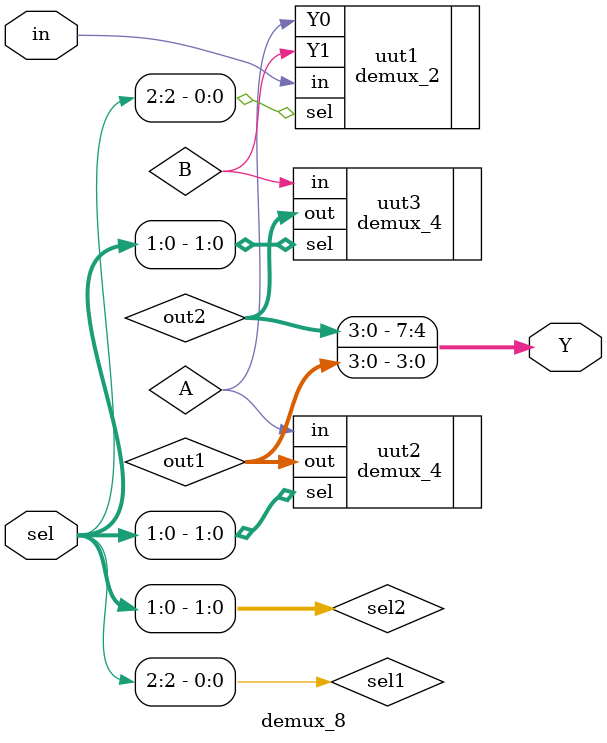
<source format=v>
`timescale 1ns / 1ps


module demux_8(
    input in,
    input [2:0] sel,
    output reg [7:0] Y
    );
    
    reg sel1;
    reg [1:0] sel2;
    wire [3:0] out1, out2;
    wire A,B;
    
    always @(*) begin
        sel1 = sel[2];
        sel2 = sel[1:0];
    end
    
    demux_2 uut1 (.in(in),.sel(sel1),.Y0(A),.Y1(B));
    demux_4 uut2 (.in(A),.sel(sel2),.out(out1));
    demux_4 uut3 (.in(B),.sel(sel2),.out(out2));
    
    always @(*) begin
        Y[3:0] = out1;
        Y[7:4] = out2;
    end
        
endmodule


</source>
